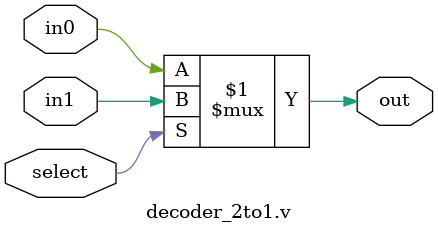
<source format=v>
module decoder_2to1.v(select, in1, in0, out);

input select, in1, in0;
output out;

assign out = select ? in1 : in0;

endmodule

</source>
